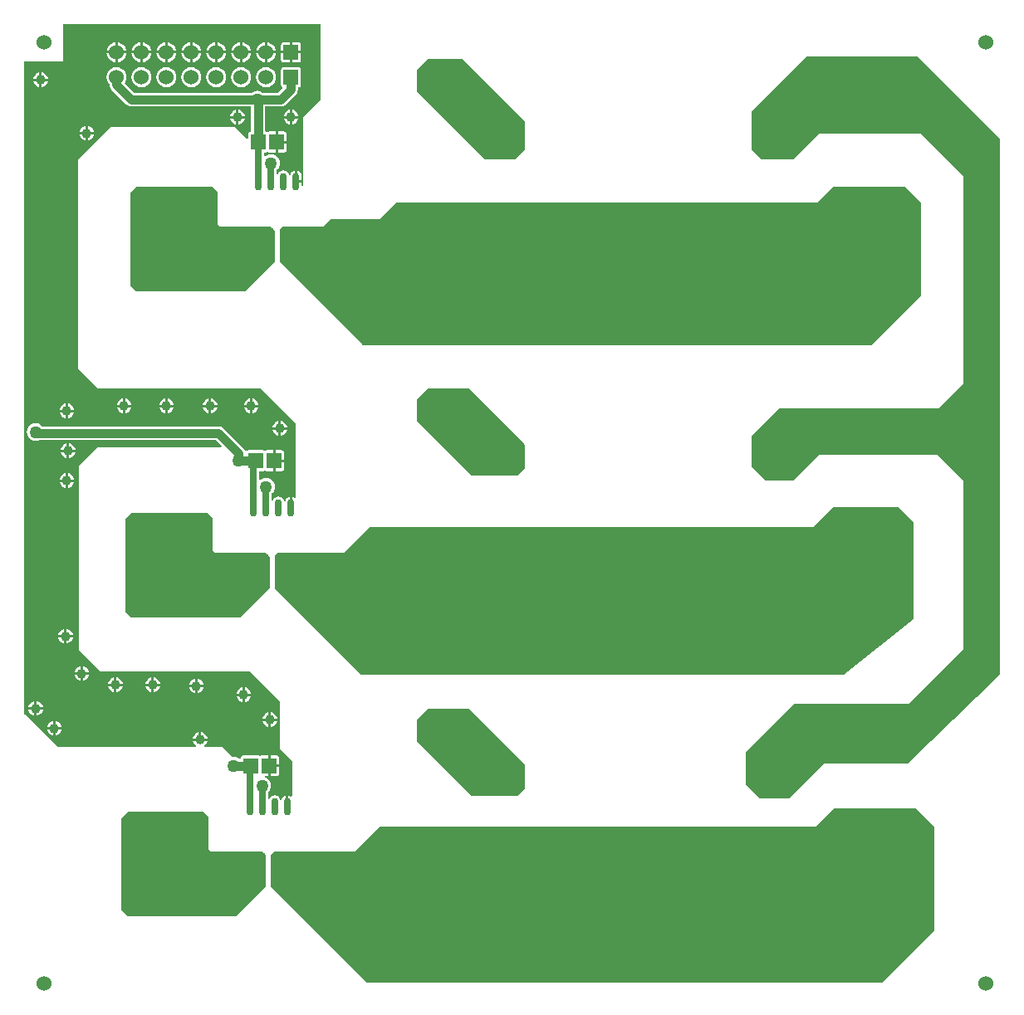
<source format=gbr>
G04 Layer_Physical_Order=1*
G04 Layer_Color=255*
%FSLAX26Y26*%
%MOIN*%
%TF.FileFunction,Copper,L1,Top,Signal*%
%TF.Part,Single*%
G01*
G75*
%TA.AperFunction,SMDPad,CuDef*%
%ADD10R,0.059055X0.062992*%
%ADD11O,0.025591X0.070866*%
%TA.AperFunction,Conductor*%
%ADD12C,0.025000*%
%ADD13C,0.035000*%
%TA.AperFunction,ComponentPad*%
%ADD14C,0.118110*%
%ADD15R,0.118110X0.118110*%
%ADD16R,0.118110X0.118110*%
%TA.AperFunction,WasherPad*%
%ADD17C,0.060000*%
%TA.AperFunction,ComponentPad*%
%ADD18C,0.060000*%
%ADD19R,0.060000X0.060000*%
%TA.AperFunction,ViaPad*%
%ADD20C,0.027559*%
%ADD21C,0.050000*%
%ADD22C,0.039370*%
G36*
X1930000Y-315000D02*
X1930000Y-430000D01*
X1890000Y-470000D01*
X1770000Y-470000D01*
X1495000Y-195000D01*
X1495000Y-110000D01*
X1540000Y-65000D01*
X1550000D01*
X1680001Y-65000D01*
X1930000Y-315000D01*
D02*
G37*
G36*
X3505001Y-55001D02*
X3835000Y-385000D01*
X3835000Y-2540800D01*
X3466041Y-2895000D01*
X3130000Y-2895000D01*
X2990000Y-3035000D01*
X2870000D01*
X2815000Y-2980000D01*
Y-2850000D01*
X3010000Y-2655000D01*
X3470000Y-2655000D01*
X3689999Y-2435001D01*
X3690000Y-1760000D01*
X3584999Y-1655000D01*
X3110000Y-1655000D01*
X3005001Y-1759999D01*
X2894999Y-1759999D01*
X2840000Y-1705000D01*
X2840000Y-1580000D01*
X2950000Y-1470000D01*
X3590000Y-1470000D01*
X3690000Y-1370000D01*
X3690000Y-535000D01*
X3520000Y-365000D01*
X3110000Y-365000D01*
X3005000Y-470000D01*
X2880000Y-470000D01*
X2839999Y-429999D01*
X2839999Y-275001D01*
X3060000Y-55000D01*
X3505001Y-55001D01*
D02*
G37*
G36*
X675000Y-580000D02*
X695000Y-600000D01*
Y-730000D01*
X705000Y-740000D01*
X910000Y-740000D01*
X925000Y-755000D01*
X925000Y-880000D01*
X805000Y-1000000D01*
X370000Y-1000000D01*
X345000Y-975000D01*
Y-605000D01*
X370000Y-580000D01*
X675000Y-580000D01*
D02*
G37*
G36*
X3517500Y-642500D02*
X3517500Y-1017500D01*
X3320000Y-1215000D01*
X1280000Y-1215000D01*
X945000Y-880000D01*
Y-750000D01*
X955000Y-740000D01*
X1120000Y-740000D01*
X1150000Y-710000D01*
X1345000D01*
X1412500Y-642500D01*
X3102500Y-642500D01*
X3165000Y-580000D01*
X3455000D01*
X3517500Y-642500D01*
D02*
G37*
G36*
X655000Y-1890000D02*
X675000Y-1910000D01*
Y-2040000D01*
X685000Y-2050000D01*
X890000Y-2050000D01*
X905000Y-2065000D01*
X905000Y-2190000D01*
X785000Y-2310000D01*
X350000Y-2310000D01*
X325000Y-2285000D01*
Y-1915000D01*
X350000Y-1890000D01*
X655000Y-1890000D01*
D02*
G37*
G36*
X3490000Y-1925000D02*
X3490000Y-2315000D01*
X3207443Y-2540000D01*
X1272500D01*
X1082499Y-2350000D01*
X925000Y-2192500D01*
Y-2060000D01*
X940000Y-2050000D01*
X1200834Y-2050000D01*
X1305833Y-1945000D01*
X3085000Y-1945000D01*
X3165000Y-1865000D01*
X3430000D01*
X3490000Y-1925000D01*
D02*
G37*
G36*
X1110000Y-230000D02*
X1040000Y-300000D01*
Y-577074D01*
X1038242Y-578331D01*
X1033242Y-575760D01*
Y-564764D01*
X1010000D01*
Y-559764D01*
X1005000D01*
Y-514879D01*
X1001106Y-515653D01*
X993566Y-520692D01*
X988527Y-528232D01*
X987549Y-533150D01*
X982451D01*
X981473Y-528232D01*
X976434Y-520692D01*
X968894Y-515653D01*
X960000Y-513884D01*
X951106Y-515653D01*
X943566Y-520692D01*
X938527Y-528232D01*
X937941Y-531180D01*
X932941Y-530688D01*
Y-511513D01*
X934962Y-509962D01*
X940572Y-502651D01*
X944099Y-494137D01*
X945302Y-485000D01*
X944099Y-475863D01*
X940572Y-467349D01*
X934962Y-460038D01*
X927651Y-454428D01*
X919137Y-450901D01*
X910000Y-449698D01*
X900863Y-450901D01*
X892349Y-454428D01*
X887941Y-457810D01*
X882941Y-455344D01*
Y-441692D01*
X887126D01*
X891028Y-440916D01*
X891097Y-440870D01*
X895000Y-439021D01*
X898903Y-440870D01*
X898972Y-440916D01*
X902874Y-441692D01*
X927401D01*
Y-400000D01*
Y-358308D01*
X902874D01*
X898972Y-359084D01*
X898903Y-359130D01*
X895000Y-360980D01*
X891097Y-359130D01*
X891028Y-359084D01*
X887126Y-358308D01*
X885336D01*
Y-257737D01*
X950000D01*
X957179Y-256792D01*
X963869Y-254021D01*
X969613Y-249613D01*
X1009613Y-209613D01*
X1014021Y-203869D01*
X1016792Y-197179D01*
X1017737Y-190000D01*
Y-180196D01*
X1020000D01*
X1023902Y-179420D01*
X1027210Y-177210D01*
X1029420Y-173902D01*
X1030196Y-170000D01*
Y-110000D01*
X1029420Y-106098D01*
X1027210Y-102790D01*
X1023902Y-100580D01*
X1020000Y-99804D01*
X960000D01*
X956098Y-100580D01*
X952790Y-102790D01*
X950580Y-106098D01*
X949804Y-110000D01*
Y-170000D01*
X950580Y-173902D01*
X952790Y-177210D01*
X955010Y-178693D01*
X956188Y-182911D01*
X956230Y-184544D01*
X938511Y-202263D01*
X876346D01*
X872651Y-199428D01*
X864137Y-195901D01*
X855000Y-194698D01*
X845863Y-195901D01*
X837349Y-199428D01*
X833654Y-202263D01*
X361489D01*
X322534Y-163308D01*
X324940Y-160173D01*
X328971Y-150442D01*
X330345Y-140000D01*
X328971Y-129558D01*
X324940Y-119827D01*
X318528Y-111472D01*
X310173Y-105060D01*
X300442Y-101029D01*
X290000Y-99655D01*
X279558Y-101029D01*
X269827Y-105060D01*
X261472Y-111472D01*
X255060Y-119827D01*
X251030Y-129558D01*
X249655Y-140000D01*
X251030Y-150442D01*
X255060Y-160173D01*
X261472Y-168528D01*
X262263Y-169135D01*
Y-170000D01*
X263208Y-177179D01*
X265979Y-183869D01*
X270387Y-189613D01*
X330387Y-249613D01*
X336131Y-254021D01*
X342821Y-256792D01*
X350000Y-257737D01*
X829861D01*
Y-358308D01*
X828071D01*
X824169Y-359084D01*
X820861Y-361295D01*
X818651Y-364602D01*
X817875Y-368504D01*
Y-386342D01*
X813256Y-388256D01*
X765000Y-340000D01*
X265000D01*
X135000Y-470000D01*
Y-1310000D01*
X215000Y-1390000D01*
X870000D01*
X1010000Y-1530000D01*
Y-1827713D01*
X1005000Y-1829733D01*
X998894Y-1825653D01*
X995000Y-1824879D01*
Y-1869764D01*
X985000D01*
Y-1824879D01*
X981106Y-1825653D01*
X973566Y-1830692D01*
X968527Y-1838232D01*
X967549Y-1843150D01*
X962451D01*
X961473Y-1838232D01*
X956434Y-1830692D01*
X948894Y-1825653D01*
X940000Y-1823884D01*
X931106Y-1825653D01*
X923566Y-1830692D01*
X918527Y-1838232D01*
X917941Y-1841180D01*
X912941Y-1840688D01*
Y-1811513D01*
X914962Y-1809962D01*
X920572Y-1802651D01*
X924099Y-1794137D01*
X925302Y-1785000D01*
X924099Y-1775863D01*
X920572Y-1767349D01*
X914962Y-1760038D01*
X907651Y-1754428D01*
X899137Y-1750901D01*
X890000Y-1749698D01*
X880863Y-1750901D01*
X872349Y-1754428D01*
X867941Y-1757810D01*
X862941Y-1755344D01*
Y-1721692D01*
X877126D01*
X881028Y-1720916D01*
X881097Y-1720870D01*
X885000Y-1719021D01*
X888903Y-1720870D01*
X888972Y-1720916D01*
X892874Y-1721692D01*
X917402D01*
Y-1680000D01*
Y-1638308D01*
X892874D01*
X888972Y-1639084D01*
X888903Y-1639130D01*
X885000Y-1640980D01*
X881097Y-1639130D01*
X881028Y-1639084D01*
X877126Y-1638308D01*
X818071D01*
X814169Y-1639084D01*
X811412Y-1640927D01*
X809732Y-1641032D01*
X805658Y-1640082D01*
X804021Y-1636131D01*
X799613Y-1630387D01*
X719613Y-1550387D01*
X713869Y-1545979D01*
X707179Y-1543208D01*
X700000Y-1542263D01*
X-8330D01*
X-10038Y-1540038D01*
X-17349Y-1534428D01*
X-25863Y-1530901D01*
X-35000Y-1529698D01*
X-44137Y-1530901D01*
X-52651Y-1534428D01*
X-59962Y-1540038D01*
X-65572Y-1547349D01*
X-69099Y-1555863D01*
X-70302Y-1565000D01*
X-69099Y-1574137D01*
X-65572Y-1582651D01*
X-59962Y-1589962D01*
X-52651Y-1595572D01*
X-44137Y-1599099D01*
X-35000Y-1600302D01*
X-25863Y-1599099D01*
X-22576Y-1597737D01*
X688511D01*
X711154Y-1620381D01*
X709241Y-1625000D01*
X215000D01*
X140000Y-1700000D01*
Y-2440000D01*
X225000Y-2525000D01*
X825000D01*
X945000Y-2645000D01*
Y-2835000D01*
X995000Y-2885000D01*
Y-3027949D01*
X990000Y-3029969D01*
X983894Y-3025890D01*
X980000Y-3025115D01*
Y-3070000D01*
X970000D01*
Y-3025115D01*
X966106Y-3025890D01*
X958566Y-3030928D01*
X953527Y-3038468D01*
X952549Y-3043386D01*
X947451D01*
X946473Y-3038468D01*
X941434Y-3030928D01*
X933894Y-3025890D01*
X925000Y-3024120D01*
X916106Y-3025890D01*
X908566Y-3030928D01*
X903527Y-3038468D01*
X902941Y-3041416D01*
X897941Y-3040924D01*
Y-3011513D01*
X899962Y-3009962D01*
X905572Y-3002651D01*
X909099Y-2994137D01*
X910302Y-2985000D01*
X909099Y-2975863D01*
X905572Y-2967349D01*
X899962Y-2960038D01*
X892651Y-2954428D01*
X886047Y-2951692D01*
X887041Y-2946692D01*
X897402D01*
Y-2905000D01*
Y-2863308D01*
X872874D01*
X868972Y-2864084D01*
X868903Y-2864131D01*
X865000Y-2865980D01*
X861097Y-2864131D01*
X861028Y-2864084D01*
X857126Y-2863308D01*
X798071D01*
X794169Y-2864084D01*
X790861Y-2866294D01*
X788651Y-2869602D01*
X787875Y-2873504D01*
Y-2877263D01*
X781346D01*
X777651Y-2874428D01*
X769137Y-2870901D01*
X760000Y-2869698D01*
X755315Y-2870315D01*
X715000Y-2830000D01*
X642628D01*
X641182Y-2825000D01*
X646172Y-2821172D01*
X650930Y-2814971D01*
X653921Y-2807749D01*
X654283Y-2805000D01*
X595717D01*
X596079Y-2807749D01*
X599070Y-2814971D01*
X603828Y-2821172D01*
X608818Y-2825000D01*
X607372Y-2830000D01*
X55000D01*
X-75000Y-2700000D01*
X-80000D01*
Y-75000D01*
X75000D01*
Y75000D01*
X1110000D01*
Y-230000D01*
D02*
G37*
G36*
X1705000Y-1390000D02*
X1930000Y-1615000D01*
X1930000Y-1710000D01*
X1900000Y-1740000D01*
X1715000D01*
X1495000Y-1520000D01*
X1495000Y-1435000D01*
X1540000Y-1390000D01*
X1550000D01*
X1705000Y-1390000D01*
D02*
G37*
G36*
X3497833Y-3075000D02*
X3572096Y-3149263D01*
Y-3565404D01*
X3362500Y-3775000D01*
X1295000D01*
X910002Y-3390002D01*
X909998Y-3264998D01*
X925000Y-3249997D01*
X1245000Y-3248526D01*
X1344263Y-3149263D01*
X3095000Y-3149265D01*
X3169265Y-3075000D01*
X3497833Y-3075000D01*
D02*
G37*
G36*
X1705000Y-2675000D02*
X1930000Y-2900000D01*
X1930000Y-2995000D01*
X1900000Y-3025000D01*
X1715000D01*
X1495000Y-2805000D01*
X1495000Y-2720000D01*
X1540000Y-2675000D01*
X1550000D01*
X1705000Y-2675000D01*
D02*
G37*
G36*
X640000Y-3090000D02*
X660000Y-3110000D01*
Y-3240000D01*
X670000Y-3250000D01*
X875000Y-3250000D01*
X890000Y-3265000D01*
X890000Y-3390000D01*
X770000Y-3510000D01*
X335000Y-3510000D01*
X310000Y-3485000D01*
Y-3115000D01*
X335000Y-3090000D01*
X640000Y-3090000D01*
D02*
G37*
%LPC*%
G36*
X85000Y-1730717D02*
X82251Y-1731079D01*
X75029Y-1734070D01*
X68828Y-1738828D01*
X64070Y-1745029D01*
X61079Y-1752251D01*
X60717Y-1755000D01*
X85000D01*
Y-1730717D01*
D02*
G37*
G36*
X119283Y-1765000D02*
X95000D01*
Y-1789283D01*
X97749Y-1788921D01*
X104971Y-1785930D01*
X111172Y-1781172D01*
X115930Y-1774971D01*
X118921Y-1767749D01*
X119283Y-1765000D01*
D02*
G37*
G36*
X95000Y-1730717D02*
Y-1755000D01*
X119283D01*
X118921Y-1752251D01*
X115930Y-1745029D01*
X111172Y-1738828D01*
X104971Y-1734070D01*
X97749Y-1731079D01*
X95000Y-1730717D01*
D02*
G37*
G36*
X962125Y-1685000D02*
X927402D01*
Y-1721692D01*
X951929D01*
X955831Y-1720916D01*
X959139Y-1718706D01*
X961349Y-1715398D01*
X962125Y-1711496D01*
Y-1685000D01*
D02*
G37*
G36*
X951929Y-1638308D02*
X927402D01*
Y-1675000D01*
X962125D01*
Y-1648504D01*
X961349Y-1644602D01*
X959139Y-1641294D01*
X955831Y-1639084D01*
X951929Y-1638308D01*
D02*
G37*
G36*
X85000Y-1765000D02*
X60717D01*
X61079Y-1767749D01*
X64070Y-1774971D01*
X68828Y-1781172D01*
X75029Y-1785930D01*
X82251Y-1788921D01*
X85000Y-1789283D01*
Y-1765000D01*
D02*
G37*
G36*
X114283Y-2390000D02*
X90000D01*
Y-2414283D01*
X92749Y-2413921D01*
X99971Y-2410930D01*
X106172Y-2406172D01*
X110930Y-2399971D01*
X113921Y-2392749D01*
X114283Y-2390000D01*
D02*
G37*
G36*
X80000D02*
X55717D01*
X56079Y-2392749D01*
X59070Y-2399971D01*
X63828Y-2406172D01*
X70029Y-2410930D01*
X77251Y-2413921D01*
X80000Y-2414283D01*
Y-2390000D01*
D02*
G37*
G36*
X155000Y-2505717D02*
Y-2530000D01*
X179283D01*
X178921Y-2527251D01*
X175930Y-2520029D01*
X171172Y-2513828D01*
X164971Y-2509070D01*
X157749Y-2506079D01*
X155000Y-2505717D01*
D02*
G37*
G36*
X145000D02*
X142251Y-2506079D01*
X135029Y-2509070D01*
X128828Y-2513828D01*
X124070Y-2520029D01*
X121079Y-2527251D01*
X120717Y-2530000D01*
X145000D01*
Y-2505717D01*
D02*
G37*
G36*
X90000Y-2355717D02*
Y-2380000D01*
X114283D01*
X113921Y-2377251D01*
X110930Y-2370029D01*
X106172Y-2363828D01*
X99971Y-2359070D01*
X92749Y-2356079D01*
X90000Y-2355717D01*
D02*
G37*
G36*
X80000D02*
X77251Y-2356079D01*
X70029Y-2359070D01*
X63828Y-2363828D01*
X59070Y-2370029D01*
X56079Y-2377251D01*
X55717Y-2380000D01*
X80000D01*
Y-2355717D01*
D02*
G37*
G36*
X90000Y-1645000D02*
X65717D01*
X66079Y-1647749D01*
X69070Y-1654971D01*
X73828Y-1661172D01*
X80029Y-1665930D01*
X87251Y-1668921D01*
X90000Y-1669283D01*
Y-1645000D01*
D02*
G37*
G36*
X940000Y-1520717D02*
X937251Y-1521079D01*
X930029Y-1524070D01*
X923828Y-1528828D01*
X919070Y-1535029D01*
X916079Y-1542251D01*
X915717Y-1545000D01*
X940000D01*
Y-1520717D01*
D02*
G37*
G36*
X974283Y-1555000D02*
X950000D01*
Y-1579283D01*
X952749Y-1578921D01*
X959971Y-1575930D01*
X966172Y-1571172D01*
X970930Y-1564971D01*
X973921Y-1557749D01*
X974283Y-1555000D01*
D02*
G37*
G36*
X940000D02*
X915717D01*
X916079Y-1557749D01*
X919070Y-1564971D01*
X923828Y-1571172D01*
X930029Y-1575930D01*
X937251Y-1578921D01*
X940000Y-1579283D01*
Y-1555000D01*
D02*
G37*
G36*
X950000Y-1520717D02*
Y-1545000D01*
X974283D01*
X973921Y-1542251D01*
X970930Y-1535029D01*
X966172Y-1528828D01*
X959971Y-1524070D01*
X952749Y-1521079D01*
X950000Y-1520717D01*
D02*
G37*
G36*
X315000Y-1465000D02*
X290717D01*
X291079Y-1467749D01*
X294070Y-1474971D01*
X298828Y-1481172D01*
X305029Y-1485930D01*
X312251Y-1488921D01*
X315000Y-1489283D01*
Y-1465000D01*
D02*
G37*
G36*
X119283Y-1485000D02*
X95000D01*
Y-1509283D01*
X97749Y-1508921D01*
X104971Y-1505930D01*
X111172Y-1501172D01*
X115930Y-1494971D01*
X118921Y-1487749D01*
X119283Y-1485000D01*
D02*
G37*
G36*
X85000D02*
X60717D01*
X61079Y-1487749D01*
X64070Y-1494971D01*
X68828Y-1501172D01*
X75029Y-1505930D01*
X82251Y-1508921D01*
X85000Y-1509283D01*
Y-1485000D01*
D02*
G37*
G36*
X349283Y-1465000D02*
X325000D01*
Y-1489283D01*
X327749Y-1488921D01*
X334971Y-1485930D01*
X341172Y-1481172D01*
X345930Y-1474971D01*
X348921Y-1467749D01*
X349283Y-1465000D01*
D02*
G37*
G36*
X694283D02*
X670000D01*
Y-1489283D01*
X672749Y-1488921D01*
X679971Y-1485930D01*
X686172Y-1481172D01*
X690930Y-1474971D01*
X693921Y-1467749D01*
X694283Y-1465000D01*
D02*
G37*
G36*
X90000Y-1610717D02*
X87251Y-1611079D01*
X80029Y-1614070D01*
X73828Y-1618828D01*
X69070Y-1625029D01*
X66079Y-1632251D01*
X65717Y-1635000D01*
X90000D01*
Y-1610717D01*
D02*
G37*
G36*
X124283Y-1645000D02*
X100000D01*
Y-1669283D01*
X102749Y-1668921D01*
X109971Y-1665930D01*
X116172Y-1661172D01*
X120930Y-1654971D01*
X123921Y-1647749D01*
X124283Y-1645000D01*
D02*
G37*
G36*
X660000Y-1465000D02*
X635717D01*
X636079Y-1467749D01*
X639070Y-1474971D01*
X643828Y-1481172D01*
X650029Y-1485930D01*
X657251Y-1488921D01*
X660000Y-1489283D01*
Y-1465000D01*
D02*
G37*
G36*
X485000D02*
X460717D01*
X461079Y-1467749D01*
X464070Y-1474971D01*
X468828Y-1481172D01*
X475029Y-1485930D01*
X482251Y-1488921D01*
X485000Y-1489283D01*
Y-1465000D01*
D02*
G37*
G36*
X100000Y-1610717D02*
Y-1635000D01*
X124283D01*
X123921Y-1632251D01*
X120930Y-1625029D01*
X116172Y-1618828D01*
X109971Y-1614070D01*
X102749Y-1611079D01*
X100000Y-1610717D01*
D02*
G37*
G36*
X519283Y-1465000D02*
X495000D01*
Y-1489283D01*
X497749Y-1488921D01*
X504971Y-1485930D01*
X511172Y-1481172D01*
X515930Y-1474971D01*
X518921Y-1467749D01*
X519283Y-1465000D01*
D02*
G37*
G36*
X910000Y-2690717D02*
Y-2715000D01*
X934283D01*
X933921Y-2712251D01*
X930930Y-2705029D01*
X926172Y-2698828D01*
X919971Y-2694070D01*
X912749Y-2691079D01*
X910000Y-2690717D01*
D02*
G37*
G36*
X-40000Y-2680000D02*
X-64283D01*
X-63921Y-2682749D01*
X-60930Y-2689971D01*
X-56172Y-2696172D01*
X-49971Y-2700930D01*
X-42749Y-2703921D01*
X-40000Y-2704283D01*
Y-2680000D01*
D02*
G37*
G36*
X934283Y-2725000D02*
X910000D01*
Y-2749283D01*
X912749Y-2748921D01*
X919971Y-2745930D01*
X926172Y-2741172D01*
X930930Y-2734971D01*
X933921Y-2727749D01*
X934283Y-2725000D01*
D02*
G37*
G36*
X900000Y-2690717D02*
X897251Y-2691079D01*
X890029Y-2694070D01*
X883828Y-2698828D01*
X879070Y-2705029D01*
X876079Y-2712251D01*
X875717Y-2715000D01*
X900000D01*
Y-2690717D01*
D02*
G37*
G36*
X-30000Y-2645717D02*
Y-2670000D01*
X-5717D01*
X-6079Y-2667251D01*
X-9070Y-2660029D01*
X-13828Y-2653828D01*
X-20029Y-2649070D01*
X-27251Y-2646079D01*
X-30000Y-2645717D01*
D02*
G37*
G36*
X795000Y-2625000D02*
X770717D01*
X771079Y-2627749D01*
X774070Y-2634971D01*
X778828Y-2641172D01*
X785029Y-2645930D01*
X792251Y-2648921D01*
X795000Y-2649283D01*
Y-2625000D01*
D02*
G37*
G36*
X-5717Y-2680000D02*
X-30000D01*
Y-2704283D01*
X-27251Y-2703921D01*
X-20029Y-2700930D01*
X-13828Y-2696172D01*
X-9070Y-2689971D01*
X-6079Y-2682749D01*
X-5717Y-2680000D01*
D02*
G37*
G36*
X-40000Y-2645717D02*
X-42749Y-2646079D01*
X-49971Y-2649070D01*
X-56172Y-2653828D01*
X-60930Y-2660029D01*
X-63921Y-2667251D01*
X-64283Y-2670000D01*
X-40000D01*
Y-2645717D01*
D02*
G37*
G36*
X900000Y-2725000D02*
X875717D01*
X876079Y-2727749D01*
X879070Y-2734971D01*
X883828Y-2741172D01*
X890029Y-2745930D01*
X897251Y-2748921D01*
X900000Y-2749283D01*
Y-2725000D01*
D02*
G37*
G36*
X620000Y-2770717D02*
X617251Y-2771079D01*
X610029Y-2774070D01*
X603828Y-2778828D01*
X599070Y-2785029D01*
X596079Y-2792251D01*
X595717Y-2795000D01*
X620000D01*
Y-2770717D01*
D02*
G37*
G36*
X630000D02*
Y-2795000D01*
X654283D01*
X653921Y-2792251D01*
X650930Y-2785029D01*
X646172Y-2778828D01*
X639971Y-2774070D01*
X632749Y-2771079D01*
X630000Y-2770717D01*
D02*
G37*
G36*
X942125Y-2910000D02*
X907402D01*
Y-2946692D01*
X931929D01*
X935831Y-2945916D01*
X939139Y-2943706D01*
X941349Y-2940398D01*
X942125Y-2936496D01*
Y-2910000D01*
D02*
G37*
G36*
X931929Y-2863308D02*
X907402D01*
Y-2900000D01*
X942125D01*
Y-2873504D01*
X941349Y-2869602D01*
X939139Y-2866294D01*
X935831Y-2864084D01*
X931929Y-2863308D01*
D02*
G37*
G36*
X35000Y-2725717D02*
X32251Y-2726079D01*
X25029Y-2729070D01*
X18828Y-2733828D01*
X14070Y-2740029D01*
X11079Y-2747251D01*
X10717Y-2750000D01*
X35000D01*
Y-2725717D01*
D02*
G37*
G36*
X45000D02*
Y-2750000D01*
X69283D01*
X68921Y-2747251D01*
X65930Y-2740029D01*
X61172Y-2733828D01*
X54971Y-2729070D01*
X47749Y-2726079D01*
X45000Y-2725717D01*
D02*
G37*
G36*
X35000Y-2760000D02*
X10717D01*
X11079Y-2762749D01*
X14070Y-2769971D01*
X18828Y-2776172D01*
X25029Y-2780930D01*
X32251Y-2783921D01*
X35000Y-2784283D01*
Y-2760000D01*
D02*
G37*
G36*
X69283D02*
X45000D01*
Y-2784283D01*
X47749Y-2783921D01*
X54971Y-2780930D01*
X61172Y-2776172D01*
X65930Y-2769971D01*
X68921Y-2762749D01*
X69283Y-2760000D01*
D02*
G37*
G36*
X280000Y-2550717D02*
X277251Y-2551079D01*
X270029Y-2554070D01*
X263828Y-2558828D01*
X259070Y-2565029D01*
X256079Y-2572251D01*
X255717Y-2575000D01*
X280000D01*
Y-2550717D01*
D02*
G37*
G36*
X290000D02*
Y-2575000D01*
X314283D01*
X313921Y-2572251D01*
X310930Y-2565029D01*
X306172Y-2558828D01*
X299971Y-2554070D01*
X292749Y-2551079D01*
X290000Y-2550717D01*
D02*
G37*
G36*
X605000Y-2555717D02*
X602251Y-2556079D01*
X595029Y-2559070D01*
X588828Y-2563828D01*
X584070Y-2570029D01*
X581079Y-2577251D01*
X580717Y-2580000D01*
X605000D01*
Y-2555717D01*
D02*
G37*
G36*
X615000D02*
Y-2580000D01*
X639283D01*
X638921Y-2577251D01*
X635930Y-2570029D01*
X631172Y-2563828D01*
X624971Y-2559070D01*
X617749Y-2556079D01*
X615000Y-2555717D01*
D02*
G37*
G36*
X145000Y-2540000D02*
X120717D01*
X121079Y-2542749D01*
X124070Y-2549971D01*
X128828Y-2556172D01*
X135029Y-2560930D01*
X142251Y-2563921D01*
X145000Y-2564283D01*
Y-2540000D01*
D02*
G37*
G36*
X179283D02*
X155000D01*
Y-2564283D01*
X157749Y-2563921D01*
X164971Y-2560930D01*
X171172Y-2556172D01*
X175930Y-2549971D01*
X178921Y-2542749D01*
X179283Y-2540000D01*
D02*
G37*
G36*
X430000Y-2550717D02*
X427251Y-2551079D01*
X420029Y-2554070D01*
X413828Y-2558828D01*
X409070Y-2565029D01*
X406079Y-2572251D01*
X405717Y-2575000D01*
X430000D01*
Y-2550717D01*
D02*
G37*
G36*
X440000D02*
Y-2575000D01*
X464283D01*
X463921Y-2572251D01*
X460930Y-2565029D01*
X456172Y-2558828D01*
X449971Y-2554070D01*
X442749Y-2551079D01*
X440000Y-2550717D01*
D02*
G37*
G36*
X464283Y-2585000D02*
X440000D01*
Y-2609283D01*
X442749Y-2608921D01*
X449971Y-2605930D01*
X456172Y-2601172D01*
X460930Y-2594971D01*
X463921Y-2587749D01*
X464283Y-2585000D01*
D02*
G37*
G36*
X805000Y-2590717D02*
Y-2615000D01*
X829283D01*
X828921Y-2612251D01*
X825930Y-2605029D01*
X821172Y-2598828D01*
X814971Y-2594070D01*
X807749Y-2591079D01*
X805000Y-2590717D01*
D02*
G37*
G36*
X605000Y-2590000D02*
X580717D01*
X581079Y-2592749D01*
X584070Y-2599971D01*
X588828Y-2606172D01*
X595029Y-2610930D01*
X602251Y-2613921D01*
X605000Y-2614283D01*
Y-2590000D01*
D02*
G37*
G36*
X829283Y-2625000D02*
X805000D01*
Y-2649283D01*
X807749Y-2648921D01*
X814971Y-2645930D01*
X821172Y-2641172D01*
X825930Y-2634971D01*
X828921Y-2627749D01*
X829283Y-2625000D01*
D02*
G37*
G36*
X795000Y-2590717D02*
X792251Y-2591079D01*
X785029Y-2594070D01*
X778828Y-2598828D01*
X774070Y-2605029D01*
X771079Y-2612251D01*
X770717Y-2615000D01*
X795000D01*
Y-2590717D01*
D02*
G37*
G36*
X314283Y-2585000D02*
X290000D01*
Y-2609283D01*
X292749Y-2608921D01*
X299971Y-2605930D01*
X306172Y-2601172D01*
X310930Y-2594971D01*
X313921Y-2587749D01*
X314283Y-2585000D01*
D02*
G37*
G36*
X430000D02*
X405717D01*
X406079Y-2587749D01*
X409070Y-2594971D01*
X413828Y-2601172D01*
X420029Y-2605930D01*
X427251Y-2608921D01*
X430000Y-2609283D01*
Y-2585000D01*
D02*
G37*
G36*
X639283Y-2590000D02*
X615000D01*
Y-2614283D01*
X617749Y-2613921D01*
X624971Y-2610930D01*
X631172Y-2606172D01*
X635930Y-2599971D01*
X638921Y-2592749D01*
X639283Y-2590000D01*
D02*
G37*
G36*
X280000Y-2585000D02*
X255717D01*
X256079Y-2587749D01*
X259070Y-2594971D01*
X263828Y-2601172D01*
X270029Y-2605930D01*
X277251Y-2608921D01*
X280000Y-2609283D01*
Y-2585000D01*
D02*
G37*
G36*
X285000Y-44999D02*
X250313D01*
X251030Y-50442D01*
X255060Y-60173D01*
X261472Y-68528D01*
X269827Y-74940D01*
X279558Y-78971D01*
X285000Y-79687D01*
Y-44999D01*
D02*
G37*
G36*
X385000D02*
X350313D01*
X351029Y-50442D01*
X355060Y-60173D01*
X361472Y-68528D01*
X369827Y-74940D01*
X379558Y-78971D01*
X385000Y-79687D01*
Y-44999D01*
D02*
G37*
G36*
X829687D02*
X795000D01*
Y-79687D01*
X800442Y-78971D01*
X810173Y-74940D01*
X818528Y-68528D01*
X824940Y-60173D01*
X828971Y-50442D01*
X829687Y-44999D01*
D02*
G37*
G36*
X929687D02*
X895000D01*
Y-79687D01*
X900442Y-78971D01*
X910173Y-74940D01*
X918528Y-68528D01*
X924940Y-60173D01*
X928971Y-50442D01*
X929687Y-44999D01*
D02*
G37*
G36*
X685000D02*
X650313D01*
X651029Y-50442D01*
X655060Y-60173D01*
X661472Y-68528D01*
X669827Y-74940D01*
X679558Y-78971D01*
X685000Y-79687D01*
Y-44999D01*
D02*
G37*
G36*
X785000D02*
X750313D01*
X751029Y-50442D01*
X755060Y-60173D01*
X761472Y-68528D01*
X769827Y-74940D01*
X779558Y-78971D01*
X785000Y-79687D01*
Y-44999D01*
D02*
G37*
G36*
X485000D02*
X450313D01*
X451029Y-50442D01*
X455060Y-60173D01*
X461472Y-68528D01*
X469827Y-74940D01*
X479558Y-78971D01*
X485000Y-79687D01*
Y-44999D01*
D02*
G37*
G36*
X585000D02*
X550313D01*
X551029Y-50442D01*
X555060Y-60173D01*
X561472Y-68528D01*
X569827Y-74940D01*
X579558Y-78971D01*
X585000Y-79687D01*
Y-44999D01*
D02*
G37*
G36*
X729687D02*
X695000D01*
Y-79687D01*
X700442Y-78971D01*
X710173Y-74940D01*
X718528Y-68528D01*
X724940Y-60173D01*
X728971Y-50442D01*
X729687Y-44999D01*
D02*
G37*
G36*
X985000D02*
X949804D01*
Y-70000D01*
X950580Y-73902D01*
X952790Y-77210D01*
X956098Y-79420D01*
X960000Y-80196D01*
X985000D01*
Y-44999D01*
D02*
G37*
G36*
X1030196D02*
X995000D01*
Y-80196D01*
X1020000D01*
X1023902Y-79420D01*
X1027210Y-77210D01*
X1029420Y-73902D01*
X1030196Y-70000D01*
Y-44999D01*
D02*
G37*
G36*
X-20000Y-120717D02*
X-22749Y-121079D01*
X-29971Y-124070D01*
X-36172Y-128828D01*
X-40930Y-135029D01*
X-43921Y-142251D01*
X-44283Y-145000D01*
X-20000D01*
Y-120717D01*
D02*
G37*
G36*
X-10000D02*
Y-145000D01*
X14283D01*
X13921Y-142251D01*
X10930Y-135029D01*
X6172Y-128828D01*
X-29Y-124070D01*
X-7251Y-121079D01*
X-10000Y-120717D01*
D02*
G37*
G36*
X529687Y-44999D02*
X495000D01*
Y-79687D01*
X500442Y-78971D01*
X510173Y-74940D01*
X518528Y-68528D01*
X524940Y-60173D01*
X528971Y-50442D01*
X529687Y-44999D01*
D02*
G37*
G36*
X629687D02*
X595000D01*
Y-79687D01*
X600442Y-78971D01*
X610173Y-74940D01*
X618528Y-68528D01*
X624940Y-60173D01*
X628971Y-50442D01*
X629687Y-44999D01*
D02*
G37*
G36*
X329687D02*
X295000D01*
Y-79687D01*
X300442Y-78971D01*
X310173Y-74940D01*
X318528Y-68528D01*
X324940Y-60173D01*
X328971Y-50442D01*
X329687Y-44999D01*
D02*
G37*
G36*
X429687D02*
X395000D01*
Y-79687D01*
X400442Y-78971D01*
X410173Y-74940D01*
X418528Y-68528D01*
X424940Y-60173D01*
X428971Y-50442D01*
X429687Y-44999D01*
D02*
G37*
G36*
X395000Y-313D02*
Y-34999D01*
X429687D01*
X428971Y-29558D01*
X424940Y-19827D01*
X418528Y-11472D01*
X410173Y-5060D01*
X400442Y-1030D01*
X395000Y-313D01*
D02*
G37*
G36*
X595000D02*
Y-34999D01*
X629687D01*
X628971Y-29558D01*
X624940Y-19827D01*
X618528Y-11472D01*
X610173Y-5060D01*
X600442Y-1030D01*
X595000Y-313D01*
D02*
G37*
G36*
X295000D02*
Y-34999D01*
X329687D01*
X328971Y-29558D01*
X324940Y-19827D01*
X318528Y-11472D01*
X310173Y-5060D01*
X300442Y-1030D01*
X295000Y-313D01*
D02*
G37*
G36*
X795000D02*
Y-34999D01*
X829687D01*
X828971Y-29558D01*
X824940Y-19827D01*
X818528Y-11472D01*
X810173Y-5060D01*
X800442Y-1030D01*
X795000Y-313D01*
D02*
G37*
G36*
X695000D02*
Y-34999D01*
X729687D01*
X728971Y-29558D01*
X724940Y-19827D01*
X718528Y-11472D01*
X710173Y-5060D01*
X700442Y-1030D01*
X695000Y-313D01*
D02*
G37*
G36*
X1020000Y196D02*
X995000D01*
Y-34999D01*
X1030196D01*
Y-10000D01*
X1029420Y-6098D01*
X1027210Y-2790D01*
X1023902Y-580D01*
X1020000Y196D01*
D02*
G37*
G36*
X895000Y-313D02*
Y-34999D01*
X929687D01*
X928971Y-29558D01*
X924940Y-19827D01*
X918528Y-11472D01*
X910173Y-5060D01*
X900442Y-1030D01*
X895000Y-313D01*
D02*
G37*
G36*
X495000D02*
Y-34999D01*
X529687D01*
X528971Y-29558D01*
X524940Y-19827D01*
X518528Y-11472D01*
X510173Y-5060D01*
X500442Y-1030D01*
X495000Y-313D01*
D02*
G37*
G36*
X885000Y-313D02*
X879558Y-1030D01*
X869827Y-5060D01*
X861472Y-11472D01*
X855060Y-19827D01*
X851029Y-29558D01*
X850313Y-34999D01*
X885000D01*
Y-313D01*
D02*
G37*
G36*
X285000D02*
X279558Y-1030D01*
X269827Y-5060D01*
X261472Y-11472D01*
X255060Y-19827D01*
X251030Y-29558D01*
X250313Y-34999D01*
X285000D01*
Y-313D01*
D02*
G37*
G36*
X585000D02*
X579558Y-1030D01*
X569827Y-5060D01*
X561472Y-11472D01*
X555060Y-19827D01*
X551029Y-29558D01*
X550313Y-34999D01*
X585000D01*
Y-313D01*
D02*
G37*
G36*
X885000Y-44999D02*
X850313D01*
X851029Y-50442D01*
X855060Y-60173D01*
X861472Y-68528D01*
X869827Y-74940D01*
X879558Y-78971D01*
X885000Y-79687D01*
Y-44999D01*
D02*
G37*
G36*
X985000Y196D02*
X960000D01*
X956098Y-580D01*
X952790Y-2790D01*
X950580Y-6098D01*
X949804Y-10000D01*
Y-34999D01*
X985000D01*
Y196D01*
D02*
G37*
G36*
X485000Y-313D02*
X479558Y-1030D01*
X469827Y-5060D01*
X461472Y-11472D01*
X455060Y-19827D01*
X451029Y-29558D01*
X450313Y-34999D01*
X485000D01*
Y-313D01*
D02*
G37*
G36*
X685000D02*
X679558Y-1030D01*
X669827Y-5060D01*
X661472Y-11472D01*
X655060Y-19827D01*
X651029Y-29558D01*
X650313Y-34999D01*
X685000D01*
Y-313D01*
D02*
G37*
G36*
X785000D02*
X779558Y-1030D01*
X769827Y-5060D01*
X761472Y-11472D01*
X755060Y-19827D01*
X751029Y-29558D01*
X750313Y-34999D01*
X785000D01*
Y-313D01*
D02*
G37*
G36*
X385000D02*
X379558Y-1030D01*
X369827Y-5060D01*
X361472Y-11472D01*
X355060Y-19827D01*
X351029Y-29558D01*
X350313Y-34999D01*
X385000D01*
Y-313D01*
D02*
G37*
G36*
X14283Y-155000D02*
X-10000D01*
Y-179283D01*
X-7251Y-178921D01*
X-29Y-175930D01*
X6172Y-171172D01*
X10930Y-164971D01*
X13921Y-157749D01*
X14283Y-155000D01*
D02*
G37*
G36*
X835000Y-1430717D02*
Y-1455000D01*
X859283D01*
X858921Y-1452251D01*
X855930Y-1445029D01*
X851172Y-1438828D01*
X844971Y-1434070D01*
X837749Y-1431079D01*
X835000Y-1430717D01*
D02*
G37*
G36*
X1015000Y-514879D02*
Y-554764D01*
X1033242D01*
Y-537126D01*
X1031473Y-528232D01*
X1026435Y-520692D01*
X1018894Y-515653D01*
X1015000Y-514879D01*
D02*
G37*
G36*
X670000Y-1430717D02*
Y-1455000D01*
X694283D01*
X693921Y-1452251D01*
X690930Y-1445029D01*
X686172Y-1438828D01*
X679971Y-1434070D01*
X672749Y-1431079D01*
X670000Y-1430717D01*
D02*
G37*
G36*
X825000D02*
X822251Y-1431079D01*
X815029Y-1434070D01*
X808828Y-1438828D01*
X804070Y-1445029D01*
X801079Y-1452251D01*
X800717Y-1455000D01*
X825000D01*
Y-1430717D01*
D02*
G37*
G36*
X165000Y-370000D02*
X140717D01*
X141079Y-372749D01*
X144070Y-379971D01*
X148828Y-386172D01*
X155029Y-390930D01*
X162251Y-393921D01*
X165000Y-394283D01*
Y-370000D01*
D02*
G37*
G36*
X199283D02*
X175000D01*
Y-394283D01*
X177749Y-393921D01*
X184971Y-390930D01*
X191172Y-386172D01*
X195930Y-379971D01*
X198921Y-372749D01*
X199283Y-370000D01*
D02*
G37*
G36*
X972125Y-405000D02*
X937401D01*
Y-441692D01*
X961929D01*
X965831Y-440916D01*
X969139Y-438706D01*
X971349Y-435398D01*
X972125Y-431496D01*
Y-405000D01*
D02*
G37*
G36*
X961929Y-358308D02*
X937401D01*
Y-395000D01*
X972125D01*
Y-368504D01*
X971349Y-364602D01*
X969139Y-361295D01*
X965831Y-359084D01*
X961929Y-358308D01*
D02*
G37*
G36*
X660000Y-1430717D02*
X657251Y-1431079D01*
X650029Y-1434070D01*
X643828Y-1438828D01*
X639070Y-1445029D01*
X636079Y-1452251D01*
X635717Y-1455000D01*
X660000D01*
Y-1430717D01*
D02*
G37*
G36*
X85000Y-1450717D02*
X82251Y-1451079D01*
X75029Y-1454070D01*
X68828Y-1458828D01*
X64070Y-1465029D01*
X61079Y-1472251D01*
X60717Y-1475000D01*
X85000D01*
Y-1450717D01*
D02*
G37*
G36*
X95000D02*
Y-1475000D01*
X119283D01*
X118921Y-1472251D01*
X115930Y-1465029D01*
X111172Y-1458828D01*
X104971Y-1454070D01*
X97749Y-1451079D01*
X95000Y-1450717D01*
D02*
G37*
G36*
X825000Y-1465000D02*
X800717D01*
X801079Y-1467749D01*
X804070Y-1474971D01*
X808828Y-1481172D01*
X815029Y-1485930D01*
X822251Y-1488921D01*
X825000Y-1489283D01*
Y-1465000D01*
D02*
G37*
G36*
X859283D02*
X835000D01*
Y-1489283D01*
X837749Y-1488921D01*
X844971Y-1485930D01*
X851172Y-1481172D01*
X855930Y-1474971D01*
X858921Y-1467749D01*
X859283Y-1465000D01*
D02*
G37*
G36*
X485000Y-1430717D02*
X482251Y-1431079D01*
X475029Y-1434070D01*
X468828Y-1438828D01*
X464070Y-1445029D01*
X461079Y-1452251D01*
X460717Y-1455000D01*
X485000D01*
Y-1430717D01*
D02*
G37*
G36*
X495000D02*
Y-1455000D01*
X519283D01*
X518921Y-1452251D01*
X515930Y-1445029D01*
X511172Y-1438828D01*
X504971Y-1434070D01*
X497749Y-1431079D01*
X495000Y-1430717D01*
D02*
G37*
G36*
X315000D02*
X312251Y-1431079D01*
X305029Y-1434070D01*
X298828Y-1438828D01*
X294070Y-1445029D01*
X291079Y-1452251D01*
X290717Y-1455000D01*
X315000D01*
Y-1430717D01*
D02*
G37*
G36*
X325000D02*
Y-1455000D01*
X349283D01*
X348921Y-1452251D01*
X345930Y-1445029D01*
X341172Y-1438828D01*
X334971Y-1434070D01*
X327749Y-1431079D01*
X325000Y-1430717D01*
D02*
G37*
G36*
X490000Y-99655D02*
X479558Y-101029D01*
X469827Y-105060D01*
X461472Y-111472D01*
X455060Y-119827D01*
X451029Y-129558D01*
X449655Y-140000D01*
X451029Y-150442D01*
X455060Y-160173D01*
X461472Y-168528D01*
X469827Y-174940D01*
X479558Y-178970D01*
X490000Y-180345D01*
X500442Y-178970D01*
X510173Y-174940D01*
X518528Y-168528D01*
X524940Y-160173D01*
X528971Y-150442D01*
X530345Y-140000D01*
X528971Y-129558D01*
X524940Y-119827D01*
X518528Y-111472D01*
X510173Y-105060D01*
X500442Y-101029D01*
X490000Y-99655D01*
D02*
G37*
G36*
X590000D02*
X579558Y-101029D01*
X569827Y-105060D01*
X561472Y-111472D01*
X555060Y-119827D01*
X551029Y-129558D01*
X549655Y-140000D01*
X551029Y-150442D01*
X555060Y-160173D01*
X561472Y-168528D01*
X569827Y-174940D01*
X579558Y-178970D01*
X590000Y-180345D01*
X600442Y-178970D01*
X610173Y-174940D01*
X618528Y-168528D01*
X624940Y-160173D01*
X628971Y-150442D01*
X630345Y-140000D01*
X628971Y-129558D01*
X624940Y-119827D01*
X618528Y-111472D01*
X610173Y-105060D01*
X600442Y-101029D01*
X590000Y-99655D01*
D02*
G37*
G36*
X995000Y-270717D02*
Y-295000D01*
X1019283D01*
X1018921Y-292251D01*
X1015930Y-285029D01*
X1011172Y-278828D01*
X1004971Y-274070D01*
X997749Y-271079D01*
X995000Y-270717D01*
D02*
G37*
G36*
X390000Y-99655D02*
X379558Y-101029D01*
X369827Y-105060D01*
X361472Y-111472D01*
X355060Y-119827D01*
X351029Y-129558D01*
X349655Y-140000D01*
X351029Y-150442D01*
X355060Y-160173D01*
X361472Y-168528D01*
X369827Y-174940D01*
X379558Y-178970D01*
X390000Y-180345D01*
X400442Y-178970D01*
X410173Y-174940D01*
X418528Y-168528D01*
X424940Y-160173D01*
X428971Y-150442D01*
X430345Y-140000D01*
X428971Y-129558D01*
X424940Y-119827D01*
X418528Y-111472D01*
X410173Y-105060D01*
X400442Y-101029D01*
X390000Y-99655D01*
D02*
G37*
G36*
X890000D02*
X879558Y-101029D01*
X869827Y-105060D01*
X861472Y-111472D01*
X855060Y-119827D01*
X851029Y-129558D01*
X849655Y-140000D01*
X851029Y-150442D01*
X855060Y-160173D01*
X861472Y-168528D01*
X869827Y-174940D01*
X879558Y-178970D01*
X890000Y-180345D01*
X900442Y-178970D01*
X910173Y-174940D01*
X918528Y-168528D01*
X924940Y-160173D01*
X928971Y-150442D01*
X930345Y-140000D01*
X928971Y-129558D01*
X924940Y-119827D01*
X918528Y-111472D01*
X910173Y-105060D01*
X900442Y-101029D01*
X890000Y-99655D01*
D02*
G37*
G36*
X-20000Y-155000D02*
X-44283D01*
X-43921Y-157749D01*
X-40930Y-164971D01*
X-36172Y-171172D01*
X-29971Y-175930D01*
X-22749Y-178921D01*
X-20000Y-179283D01*
Y-155000D01*
D02*
G37*
G36*
X690000Y-99655D02*
X679558Y-101029D01*
X669827Y-105060D01*
X661472Y-111472D01*
X655060Y-119827D01*
X651029Y-129558D01*
X649655Y-140000D01*
X651029Y-150442D01*
X655060Y-160173D01*
X661472Y-168528D01*
X669827Y-174940D01*
X679558Y-178970D01*
X690000Y-180345D01*
X700442Y-178970D01*
X710173Y-174940D01*
X718528Y-168528D01*
X724940Y-160173D01*
X728971Y-150442D01*
X730345Y-140000D01*
X728971Y-129558D01*
X724940Y-119827D01*
X718528Y-111472D01*
X710173Y-105060D01*
X700442Y-101029D01*
X690000Y-99655D01*
D02*
G37*
G36*
X790000D02*
X779558Y-101029D01*
X769827Y-105060D01*
X761472Y-111472D01*
X755060Y-119827D01*
X751029Y-129558D01*
X749655Y-140000D01*
X751029Y-150442D01*
X755060Y-160173D01*
X761472Y-168528D01*
X769827Y-174940D01*
X779558Y-178970D01*
X790000Y-180345D01*
X800442Y-178970D01*
X810173Y-174940D01*
X818528Y-168528D01*
X824940Y-160173D01*
X828971Y-150442D01*
X830345Y-140000D01*
X828971Y-129558D01*
X824940Y-119827D01*
X818528Y-111472D01*
X810173Y-105060D01*
X800442Y-101029D01*
X790000Y-99655D01*
D02*
G37*
G36*
X985000Y-270717D02*
X982251Y-271079D01*
X975029Y-274070D01*
X968828Y-278828D01*
X964070Y-285029D01*
X961079Y-292251D01*
X960717Y-295000D01*
X985000D01*
Y-270717D01*
D02*
G37*
G36*
X770000Y-305000D02*
X745717D01*
X746079Y-307749D01*
X749070Y-314971D01*
X753828Y-321172D01*
X760029Y-325930D01*
X767251Y-328921D01*
X770000Y-329283D01*
Y-305000D01*
D02*
G37*
G36*
X804283D02*
X780000D01*
Y-329283D01*
X782749Y-328921D01*
X789971Y-325930D01*
X796172Y-321172D01*
X800930Y-314971D01*
X803921Y-307749D01*
X804283Y-305000D01*
D02*
G37*
G36*
X165000Y-335717D02*
X162251Y-336079D01*
X155029Y-339070D01*
X148828Y-343828D01*
X144070Y-350029D01*
X141079Y-357251D01*
X140717Y-360000D01*
X165000D01*
Y-335717D01*
D02*
G37*
G36*
X175000D02*
Y-360000D01*
X199283D01*
X198921Y-357251D01*
X195930Y-350029D01*
X191172Y-343828D01*
X184971Y-339070D01*
X177749Y-336079D01*
X175000Y-335717D01*
D02*
G37*
G36*
X770000Y-270717D02*
X767251Y-271079D01*
X760029Y-274070D01*
X753828Y-278828D01*
X749070Y-285029D01*
X746079Y-292251D01*
X745717Y-295000D01*
X770000D01*
Y-270717D01*
D02*
G37*
G36*
X780000D02*
Y-295000D01*
X804283D01*
X803921Y-292251D01*
X800930Y-285029D01*
X796172Y-278828D01*
X789971Y-274070D01*
X782749Y-271079D01*
X780000Y-270717D01*
D02*
G37*
G36*
X985000Y-305000D02*
X960717D01*
X961079Y-307749D01*
X964070Y-314971D01*
X968828Y-321172D01*
X975029Y-325930D01*
X982251Y-328921D01*
X985000Y-329283D01*
Y-305000D01*
D02*
G37*
G36*
X1019283D02*
X995000D01*
Y-329283D01*
X997749Y-328921D01*
X1004971Y-325930D01*
X1011172Y-321172D01*
X1015930Y-314971D01*
X1018921Y-307749D01*
X1019283Y-305000D01*
D02*
G37*
%LPD*%
D10*
X857598Y-400000D02*
D03*
X932402D02*
D03*
X847598Y-1680000D02*
D03*
X922402D02*
D03*
X827598Y-2905000D02*
D03*
X902402D02*
D03*
D11*
X975000Y-3070000D02*
D03*
X925000D02*
D03*
X875000D02*
D03*
X825000D02*
D03*
X975000Y-3290472D02*
D03*
X925000D02*
D03*
X875000D02*
D03*
X825000D02*
D03*
X990000Y-1869764D02*
D03*
X940000D02*
D03*
X890000D02*
D03*
X840000D02*
D03*
X990000Y-2090236D02*
D03*
X940000D02*
D03*
X890000D02*
D03*
X840000D02*
D03*
X1010000Y-559764D02*
D03*
X960000D02*
D03*
X910000D02*
D03*
X860000D02*
D03*
X1010000Y-780236D02*
D03*
X960000D02*
D03*
X910000D02*
D03*
X860000D02*
D03*
D12*
X825000Y-3070000D02*
Y-2907599D01*
X827598Y-2905000D01*
X875000Y-3070000D02*
Y-2985000D01*
X840000Y-1869764D02*
Y-1682402D01*
X837598Y-1680000D02*
X840000Y-1682402D01*
X890000Y-1869764D02*
Y-1785000D01*
X827598Y-2905000D02*
X827598Y-2905000D01*
X860000Y-559764D02*
Y-402402D01*
X857598Y-400000D02*
X860000Y-402402D01*
X910000Y-559764D02*
Y-485000D01*
D13*
X900000Y-2902599D02*
X902402Y-2905000D01*
X760000Y-2905000D02*
X827598D01*
X780000Y-1680000D02*
X847598D01*
X700000Y-1570000D02*
X780000Y-1650000D01*
Y-1680000D02*
Y-1650000D01*
X-35000Y-1565000D02*
X-30000Y-1570000D01*
X700000D01*
X290000Y-170000D02*
Y-140000D01*
Y-170000D02*
X350000Y-230000D01*
X950000D02*
X990000Y-190000D01*
Y-140000D01*
X857598Y-400000D02*
Y-232598D01*
X855000Y-230000D02*
X857598Y-232598D01*
X350000Y-230000D02*
X855000D01*
X950000D01*
D14*
X1863661Y-2945000D02*
D03*
X2946339D02*
D03*
X1863661Y-1667500D02*
D03*
X2946339D02*
D03*
X1863661Y-390000D02*
D03*
X2946339D02*
D03*
X1565000Y-2751299D02*
D03*
Y-3538701D02*
D03*
X3393425Y-130000D02*
D03*
X3330000Y-3385552D02*
D03*
X1565000Y-1466299D02*
D03*
Y-2253701D02*
D03*
Y-141299D02*
D03*
Y-928701D02*
D03*
X3310000Y-878702D02*
D03*
X3315000Y-2190552D02*
D03*
X485000Y-3211575D02*
D03*
X520000Y-704448D02*
D03*
X500000Y-2016575D02*
D03*
D15*
X3196575Y-130000D02*
D03*
D16*
X3330000Y-3188701D02*
D03*
X3310000Y-681851D02*
D03*
X3315000Y-1993701D02*
D03*
X485000Y-3408425D02*
D03*
X520000Y-901299D02*
D03*
X500000Y-2213425D02*
D03*
D17*
X0Y-3779528D02*
D03*
Y0D02*
D03*
X3779528Y-3779528D02*
D03*
X3779527Y-0D02*
D03*
D18*
X790000Y-140000D02*
D03*
X890000D02*
D03*
X290000D02*
D03*
X390000D02*
D03*
X490000D02*
D03*
X590000D02*
D03*
X690000D02*
D03*
X790000Y-40000D02*
D03*
X890000D02*
D03*
X290000D02*
D03*
X390000D02*
D03*
X490000D02*
D03*
X590000D02*
D03*
X690000D02*
D03*
D19*
X990000Y-140000D02*
D03*
Y-40000D02*
D03*
D20*
X693334Y-3307127D02*
D03*
X740000Y-3372127D02*
D03*
X693334Y-3437127D02*
D03*
X646667Y-3372127D02*
D03*
X600001Y-3307127D02*
D03*
Y-3437127D02*
D03*
X708334Y-2112127D02*
D03*
X755000Y-2177127D02*
D03*
X708334Y-2242127D02*
D03*
X661667Y-2177127D02*
D03*
X615001Y-2112127D02*
D03*
Y-2242127D02*
D03*
X635001Y-930000D02*
D03*
Y-800000D02*
D03*
X681667Y-865000D02*
D03*
X728334Y-930000D02*
D03*
X775000Y-865000D02*
D03*
X728334Y-800000D02*
D03*
X2925000Y-221667D02*
D03*
X2990000Y-175000D02*
D03*
X3055000Y-128334D02*
D03*
X3120000Y-175000D02*
D03*
X3055000Y-221667D02*
D03*
X3185000D02*
D03*
X3055000Y-315000D02*
D03*
X2990000Y-268334D02*
D03*
X3185000Y-315000D02*
D03*
X3120000Y-268334D02*
D03*
X3315000Y-315000D02*
D03*
X3250000Y-268334D02*
D03*
X3315000Y-128334D02*
D03*
X3510000Y-175000D02*
D03*
X3575000Y-221667D02*
D03*
X3640000Y-268334D02*
D03*
X3705000Y-315000D02*
D03*
X3770000Y-361667D02*
D03*
X3315000Y-221667D02*
D03*
X3380000Y-268334D02*
D03*
X3445000Y-315000D02*
D03*
X3640000Y-455000D02*
D03*
X3445000Y-221667D02*
D03*
X3510000Y-268334D02*
D03*
X3575000Y-315000D02*
D03*
X3640000Y-361667D02*
D03*
X3705000Y-408333D02*
D03*
Y-501667D02*
D03*
Y-2648330D02*
D03*
X3640000Y-2694997D02*
D03*
X3575000Y-2741663D02*
D03*
X3510000Y-2788330D02*
D03*
X3445000Y-2834997D02*
D03*
X3315000D02*
D03*
X3185000D02*
D03*
X3055000D02*
D03*
X2925000D02*
D03*
X3380000Y-2788330D02*
D03*
X3250000D02*
D03*
X3120000D02*
D03*
X2990000D02*
D03*
X3055000Y-2741663D02*
D03*
X3185000D02*
D03*
X3315000D02*
D03*
X3120000Y-2694997D02*
D03*
X3250000D02*
D03*
X2990000Y-1574998D02*
D03*
X3120000D02*
D03*
X3055000Y-1621665D02*
D03*
Y-1528332D02*
D03*
X3250000Y-1574998D02*
D03*
X3185000Y-1621665D02*
D03*
Y-1528332D02*
D03*
X3315000D02*
D03*
Y-1621665D02*
D03*
X3445000D02*
D03*
X3380000Y-1574998D02*
D03*
Y-2694997D02*
D03*
X3445000Y-2741663D02*
D03*
X3510000Y-2694997D02*
D03*
X3575000Y-2648330D02*
D03*
X3640000Y-2601664D02*
D03*
X3705000Y-2554997D02*
D03*
X3640000Y-2508330D02*
D03*
X3705000Y-2461664D02*
D03*
X3445000Y-1528332D02*
D03*
X3510000Y-1574998D02*
D03*
X3575000Y-1528332D02*
D03*
Y-1621665D02*
D03*
X3640000Y-1481665D02*
D03*
Y-1574998D02*
D03*
Y-1668332D02*
D03*
X3705000Y-1714998D02*
D03*
Y-1621665D02*
D03*
Y-1528332D02*
D03*
Y-1434999D02*
D03*
X3770000Y-2321664D02*
D03*
Y-2414997D02*
D03*
Y-2508330D02*
D03*
Y-1294999D02*
D03*
Y-1388332D02*
D03*
Y-1481665D02*
D03*
Y-1574998D02*
D03*
Y-1668332D02*
D03*
Y-1761665D02*
D03*
Y-1854998D02*
D03*
Y-455000D02*
D03*
Y-548333D02*
D03*
Y-1014999D02*
D03*
Y-1108332D02*
D03*
Y-1201666D02*
D03*
X3388330Y-865000D02*
D03*
X3341663Y-930000D02*
D03*
X3388330Y-735000D02*
D03*
X3228330Y-1980000D02*
D03*
X3274997Y-2045000D02*
D03*
X3368330D02*
D03*
X3321663Y-2110000D02*
D03*
X3228330D02*
D03*
X3181664Y-2045000D02*
D03*
X3274997Y-2305000D02*
D03*
X3228330Y-2240000D02*
D03*
Y-2370000D02*
D03*
X3181664Y-2305000D02*
D03*
X3134997Y-2370000D02*
D03*
X3088330Y-2305000D02*
D03*
X3181664Y-2175000D02*
D03*
X3134997Y-2240000D02*
D03*
Y-2110000D02*
D03*
X3088330Y-2175000D02*
D03*
X3041664Y-2240000D02*
D03*
X2994997Y-2175000D02*
D03*
X3041664Y-2110000D02*
D03*
X2948331D02*
D03*
X3041664Y-2370000D02*
D03*
X2994997Y-2305000D02*
D03*
X2948331Y-2240000D02*
D03*
Y-2370000D02*
D03*
X2901664Y-2305000D02*
D03*
X2854997Y-2370000D02*
D03*
X2901664Y-2175000D02*
D03*
X2854997Y-2240000D02*
D03*
Y-2110000D02*
D03*
X2808331Y-2175000D02*
D03*
X2761664Y-2110000D02*
D03*
X2668331D02*
D03*
X2808331Y-2305000D02*
D03*
X2761664Y-2240000D02*
D03*
Y-2370000D02*
D03*
X2714998Y-2305000D02*
D03*
X2668331Y-2370000D02*
D03*
X2621664Y-2305000D02*
D03*
X2714998Y-2175000D02*
D03*
X2668331Y-2240000D02*
D03*
X2621664Y-2175000D02*
D03*
X2574998Y-2240000D02*
D03*
X2528331Y-2175000D02*
D03*
X2574998Y-2110000D02*
D03*
X2481665D02*
D03*
X2574998Y-2370000D02*
D03*
X2528331Y-2305000D02*
D03*
X2481665Y-2240000D02*
D03*
Y-2370000D02*
D03*
X2434998Y-2305000D02*
D03*
X2388331Y-2370000D02*
D03*
X2341665Y-2305000D02*
D03*
X2434998Y-2175000D02*
D03*
X2388331Y-2240000D02*
D03*
Y-2110000D02*
D03*
X2341665Y-2175000D02*
D03*
X2294998Y-2240000D02*
D03*
X2248332Y-2175000D02*
D03*
X2294998Y-2110000D02*
D03*
X2201665D02*
D03*
X2294998Y-2370000D02*
D03*
X2248332Y-2305000D02*
D03*
X2201665Y-2240000D02*
D03*
Y-2370000D02*
D03*
X2154998Y-2305000D02*
D03*
X2108332Y-2370000D02*
D03*
X2061665Y-2305000D02*
D03*
X2154998Y-2175000D02*
D03*
X2108332Y-2240000D02*
D03*
Y-2110000D02*
D03*
X2061665Y-2175000D02*
D03*
X2014999Y-2240000D02*
D03*
X1968332Y-2175000D02*
D03*
X2014999Y-2110000D02*
D03*
X1921665D02*
D03*
X2014999Y-2370000D02*
D03*
X1968332Y-2305000D02*
D03*
X1921665Y-2240000D02*
D03*
Y-2370000D02*
D03*
X1874999Y-2305000D02*
D03*
X1828332Y-2370000D02*
D03*
X1781666Y-2305000D02*
D03*
X1874999Y-2175000D02*
D03*
X1828332Y-2240000D02*
D03*
Y-2110000D02*
D03*
X1781666Y-2175000D02*
D03*
X1734999Y-2240000D02*
D03*
X1688332Y-2175000D02*
D03*
X1734999Y-2110000D02*
D03*
X1641666D02*
D03*
X1734999Y-2370000D02*
D03*
X1688332Y-2305000D02*
D03*
X1641666Y-2240000D02*
D03*
Y-2370000D02*
D03*
X1594999Y-2305000D02*
D03*
X1548333Y-2370000D02*
D03*
X1501666Y-2305000D02*
D03*
X1594999Y-2175000D02*
D03*
X1548333Y-2110000D02*
D03*
X1501666Y-2175000D02*
D03*
X1454999Y-2240000D02*
D03*
X1408333Y-2175000D02*
D03*
X1454999Y-2110000D02*
D03*
X1361666D02*
D03*
X3399997Y-3175000D02*
D03*
X3353330Y-3240000D02*
D03*
X3446663D02*
D03*
X3399997Y-3305000D02*
D03*
X3446663Y-3370000D02*
D03*
X3399997Y-3435000D02*
D03*
X3306663Y-3305000D02*
D03*
X3259997Y-3240000D02*
D03*
X3213330Y-3175000D02*
D03*
X3166664Y-3240000D02*
D03*
X3353330Y-3500000D02*
D03*
X3306663Y-3435000D02*
D03*
X3259997Y-3370000D02*
D03*
X3213330Y-3305000D02*
D03*
X3306663Y-3565000D02*
D03*
X3259997Y-3500000D02*
D03*
X3213330Y-3435000D02*
D03*
X3166664Y-3370000D02*
D03*
X3119997Y-3305000D02*
D03*
X3213330Y-3565000D02*
D03*
X3166664Y-3500000D02*
D03*
X3119997Y-3435000D02*
D03*
X3073330Y-3370000D02*
D03*
X3026664Y-3305000D02*
D03*
X3119997Y-3565000D02*
D03*
X3073330Y-3500000D02*
D03*
X3026664Y-3435000D02*
D03*
X2979997Y-3370000D02*
D03*
X2933331Y-3305000D02*
D03*
X3026664Y-3565000D02*
D03*
X2979997Y-3500000D02*
D03*
X2933331Y-3435000D02*
D03*
X2886664Y-3370000D02*
D03*
X2839997Y-3305000D02*
D03*
X2933331Y-3565000D02*
D03*
X2886664Y-3500000D02*
D03*
X2839997Y-3435000D02*
D03*
X2793331Y-3370000D02*
D03*
X2746664Y-3305000D02*
D03*
X2839997Y-3565000D02*
D03*
X2793331Y-3500000D02*
D03*
X2746664Y-3435000D02*
D03*
X2699998Y-3370000D02*
D03*
X2653331Y-3305000D02*
D03*
X2746664Y-3565000D02*
D03*
X2699998Y-3500000D02*
D03*
X2653331Y-3435000D02*
D03*
X2606664Y-3370000D02*
D03*
X2559998Y-3305000D02*
D03*
X2653331Y-3565000D02*
D03*
X2606664Y-3500000D02*
D03*
X2559998Y-3435000D02*
D03*
X2513331Y-3370000D02*
D03*
X2466665Y-3305000D02*
D03*
X2559998Y-3565000D02*
D03*
X2513331Y-3500000D02*
D03*
X2466665Y-3435000D02*
D03*
X2419998Y-3370000D02*
D03*
X2373331Y-3305000D02*
D03*
X2466665Y-3565000D02*
D03*
X2419998Y-3500000D02*
D03*
X2373331Y-3435000D02*
D03*
X2326665Y-3370000D02*
D03*
X2279998Y-3305000D02*
D03*
X2373331Y-3565000D02*
D03*
X2326665Y-3500000D02*
D03*
X2279998Y-3435000D02*
D03*
X2233332Y-3370000D02*
D03*
X2186665Y-3305000D02*
D03*
X2279998Y-3565000D02*
D03*
X2233332Y-3500000D02*
D03*
X2186665Y-3435000D02*
D03*
X2139998Y-3370000D02*
D03*
X2093332Y-3305000D02*
D03*
X2186665Y-3565000D02*
D03*
X2139998Y-3500000D02*
D03*
X2093332Y-3435000D02*
D03*
X2046665Y-3370000D02*
D03*
X1999999Y-3305000D02*
D03*
X2093332Y-3565000D02*
D03*
X2046665Y-3500000D02*
D03*
X1999999Y-3435000D02*
D03*
X1953332Y-3370000D02*
D03*
X1906665Y-3305000D02*
D03*
X1999999Y-3565000D02*
D03*
X1953332Y-3500000D02*
D03*
X1906665Y-3435000D02*
D03*
X1859999Y-3370000D02*
D03*
X1813332Y-3305000D02*
D03*
X1906665Y-3565000D02*
D03*
X1859999Y-3500000D02*
D03*
X1813332Y-3435000D02*
D03*
X1766666Y-3370000D02*
D03*
X1719999Y-3305000D02*
D03*
X1813332Y-3565000D02*
D03*
X1766666Y-3500000D02*
D03*
X1719999Y-3435000D02*
D03*
X1673332Y-3370000D02*
D03*
X1626666Y-3305000D02*
D03*
X1719999Y-3565000D02*
D03*
X1673332Y-3500000D02*
D03*
X1626666Y-3435000D02*
D03*
X1579999Y-3370000D02*
D03*
X1533333Y-3305000D02*
D03*
Y-3435000D02*
D03*
X1486666Y-3370000D02*
D03*
X1439999Y-3305000D02*
D03*
X1486666Y-3500000D02*
D03*
X1439999Y-3435000D02*
D03*
X1393333Y-3370000D02*
D03*
X1346666Y-3305000D02*
D03*
X1066667D02*
D03*
X1020000Y-3370000D02*
D03*
X1160000Y-3305000D02*
D03*
X1113333Y-3370000D02*
D03*
X1066667Y-3435000D02*
D03*
X1160000D02*
D03*
X1206666Y-3370000D02*
D03*
X1253333Y-3305000D02*
D03*
Y-3435000D02*
D03*
X1300000Y-3370000D02*
D03*
X1113333Y-3500000D02*
D03*
X1206666D02*
D03*
X1253333Y-3565000D02*
D03*
X1300000Y-3500000D02*
D03*
X1346666Y-3565000D02*
D03*
Y-3435000D02*
D03*
X1393333Y-3500000D02*
D03*
X1439999Y-3565000D02*
D03*
X1081667Y-2110000D02*
D03*
X1035000Y-2175000D02*
D03*
X1175000Y-2110000D02*
D03*
X1128333Y-2175000D02*
D03*
X1081667Y-2240000D02*
D03*
X1175000D02*
D03*
X1221666Y-2175000D02*
D03*
X1268333Y-2110000D02*
D03*
Y-2240000D02*
D03*
X1315000Y-2175000D02*
D03*
X1128333Y-2305000D02*
D03*
X1221666D02*
D03*
X1268333Y-2370000D02*
D03*
X1315000Y-2305000D02*
D03*
X1361666Y-2370000D02*
D03*
Y-2240000D02*
D03*
X1408333Y-2305000D02*
D03*
X1454999Y-2370000D02*
D03*
X3341663Y-800000D02*
D03*
X3294997Y-735000D02*
D03*
X3248330Y-800000D02*
D03*
Y-670000D02*
D03*
X3201664Y-735000D02*
D03*
X3154997Y-800000D02*
D03*
X3201664Y-865000D02*
D03*
X3248330Y-930000D02*
D03*
X3294997Y-995000D02*
D03*
X3061664Y-800000D02*
D03*
X3108330Y-865000D02*
D03*
X3154997Y-930000D02*
D03*
X3201664Y-995000D02*
D03*
X3248330Y-1060000D02*
D03*
X2968331Y-800000D02*
D03*
X3014997Y-865000D02*
D03*
X3061664Y-930000D02*
D03*
X3108330Y-995000D02*
D03*
X3154997Y-1060000D02*
D03*
X2874997Y-800000D02*
D03*
X2921664Y-865000D02*
D03*
X2968331Y-930000D02*
D03*
X3014997Y-995000D02*
D03*
X3061664Y-1060000D02*
D03*
X2781664Y-800000D02*
D03*
X2828331Y-865000D02*
D03*
X2874997Y-930000D02*
D03*
X2921664Y-995000D02*
D03*
X2968331Y-1060000D02*
D03*
X2688331Y-800000D02*
D03*
X2734998Y-865000D02*
D03*
X2781664Y-930000D02*
D03*
X2828331Y-995000D02*
D03*
X2874997Y-1060000D02*
D03*
X2594998Y-800000D02*
D03*
X2641664Y-865000D02*
D03*
X2688331Y-930000D02*
D03*
X2734998Y-995000D02*
D03*
X2781664Y-1060000D02*
D03*
X2501665Y-800000D02*
D03*
X2548331Y-865000D02*
D03*
X2594998Y-930000D02*
D03*
X2641664Y-995000D02*
D03*
X2688331Y-1060000D02*
D03*
X2408331Y-800000D02*
D03*
X2454998Y-865000D02*
D03*
X2501665Y-930000D02*
D03*
X2548331Y-995000D02*
D03*
X2594998Y-1060000D02*
D03*
X2314998Y-800000D02*
D03*
X2361665Y-865000D02*
D03*
X2408331Y-930000D02*
D03*
X2454998Y-995000D02*
D03*
X2501665Y-1060000D02*
D03*
X2221665Y-800000D02*
D03*
X2268332Y-865000D02*
D03*
X2314998Y-930000D02*
D03*
X2361665Y-995000D02*
D03*
X2408331Y-1060000D02*
D03*
X2128332Y-800000D02*
D03*
X2174998Y-865000D02*
D03*
X2221665Y-930000D02*
D03*
X2268332Y-995000D02*
D03*
X2314998Y-1060000D02*
D03*
X2034999Y-800000D02*
D03*
X2081665Y-865000D02*
D03*
X2128332Y-930000D02*
D03*
X2174998Y-995000D02*
D03*
X2221665Y-1060000D02*
D03*
X1941665Y-800000D02*
D03*
X1988332Y-865000D02*
D03*
X2034999Y-930000D02*
D03*
X2081665Y-995000D02*
D03*
X2128332Y-1060000D02*
D03*
X1848332Y-800000D02*
D03*
X1894999Y-865000D02*
D03*
X1941665Y-930000D02*
D03*
X1988332Y-995000D02*
D03*
X2034999Y-1060000D02*
D03*
X1754999Y-800000D02*
D03*
X1801666Y-865000D02*
D03*
X1848332Y-930000D02*
D03*
X1894999Y-995000D02*
D03*
X1941665Y-1060000D02*
D03*
X1661666Y-800000D02*
D03*
X1708332Y-865000D02*
D03*
X1754999Y-930000D02*
D03*
X1801666Y-995000D02*
D03*
X1848332Y-1060000D02*
D03*
X1568333Y-800000D02*
D03*
X1614999Y-865000D02*
D03*
X1661666Y-930000D02*
D03*
X1708332Y-995000D02*
D03*
X1754999Y-1060000D02*
D03*
X1474999Y-800000D02*
D03*
X1521666Y-865000D02*
D03*
X1614999Y-995000D02*
D03*
X1661666Y-1060000D02*
D03*
X1381666Y-800000D02*
D03*
X1428333Y-865000D02*
D03*
X1474999Y-930000D02*
D03*
X1521666Y-995000D02*
D03*
X1568333Y-1060000D02*
D03*
X1474999D02*
D03*
X1428333Y-995000D02*
D03*
X1381666Y-930000D02*
D03*
Y-1060000D02*
D03*
X1335000Y-995000D02*
D03*
X1288333Y-1060000D02*
D03*
X1241666Y-995000D02*
D03*
X1148333D02*
D03*
X1335000Y-865000D02*
D03*
X1288333Y-930000D02*
D03*
Y-800000D02*
D03*
X1241666Y-865000D02*
D03*
X1195000Y-930000D02*
D03*
X1101667D02*
D03*
X1148333Y-865000D02*
D03*
X1195000Y-800000D02*
D03*
X1055000Y-865000D02*
D03*
X1101667Y-800000D02*
D03*
D21*
X875000Y-2985000D02*
D03*
X890000Y-1785000D02*
D03*
X760000Y-2905000D02*
D03*
X780000Y-1680000D02*
D03*
X-35000Y-1565000D02*
D03*
X910000Y-485000D02*
D03*
X855000Y-230000D02*
D03*
D22*
X625000Y-2800000D02*
D03*
X40000Y-2755000D02*
D03*
X-35000Y-2675000D02*
D03*
X905000Y-2720000D02*
D03*
X800000Y-2620000D02*
D03*
X610000Y-2585000D02*
D03*
X435000Y-2580000D02*
D03*
X285000D02*
D03*
X150000Y-2535000D02*
D03*
X85000Y-2385000D02*
D03*
X90000Y-1760000D02*
D03*
X95000Y-1640000D02*
D03*
X90000Y-1480000D02*
D03*
X320000Y-1460000D02*
D03*
X490000D02*
D03*
X665000D02*
D03*
X830000D02*
D03*
X945000Y-1550000D02*
D03*
X170000Y-365000D02*
D03*
X-15000Y-150000D02*
D03*
X775000Y-300000D02*
D03*
X990000D02*
D03*
%TF.MD5,f251f4e51d7189a682ca91cd40cfcfd1*%
M02*

</source>
